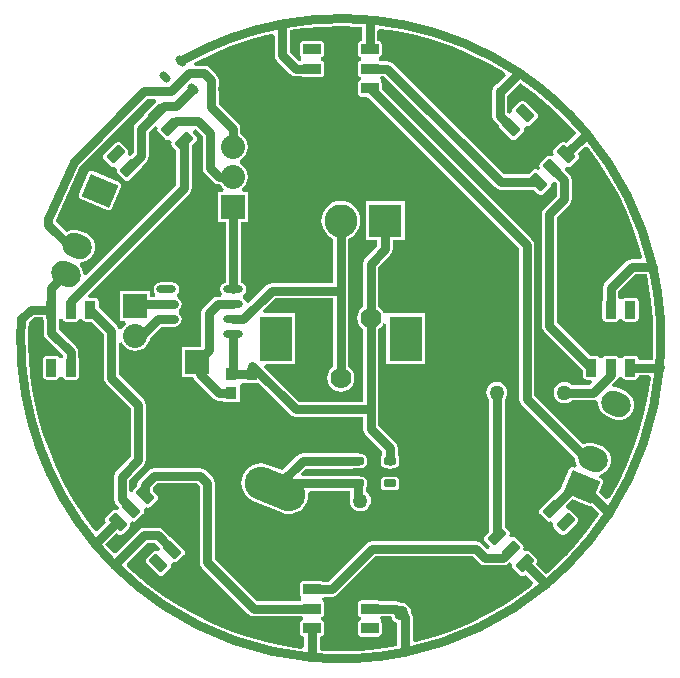
<source format=gtl>
G04 Layer_Physical_Order=1*
G04 Layer_Color=255*
%FSLAX25Y25*%
%MOIN*%
G70*
G01*
G75*
%ADD10C,0.03000*%
G04:AMPARAMS|DCode=11|XSize=23.62mil|YSize=39.37mil|CornerRadius=5.91mil|HoleSize=0mil|Usage=FLASHONLY|Rotation=45.000|XOffset=0mil|YOffset=0mil|HoleType=Round|Shape=RoundedRectangle|*
%AMROUNDEDRECTD11*
21,1,0.02362,0.02756,0,0,45.0*
21,1,0.01181,0.03937,0,0,45.0*
1,1,0.01181,0.01392,-0.00557*
1,1,0.01181,0.00557,-0.01392*
1,1,0.01181,-0.01392,0.00557*
1,1,0.01181,-0.00557,0.01392*
%
%ADD11ROUNDEDRECTD11*%
%ADD12R,0.03740X0.03937*%
%ADD13R,0.07874X0.07874*%
G04:AMPARAMS|DCode=14|XSize=59.05mil|YSize=35.43mil|CornerRadius=1.95mil|HoleSize=0mil|Usage=FLASHONLY|Rotation=180.000|XOffset=0mil|YOffset=0mil|HoleType=Round|Shape=RoundedRectangle|*
%AMROUNDEDRECTD14*
21,1,0.05905,0.03154,0,0,180.0*
21,1,0.05516,0.03543,0,0,180.0*
1,1,0.00390,-0.02758,0.01577*
1,1,0.00390,0.02758,0.01577*
1,1,0.00390,0.02758,-0.01577*
1,1,0.00390,-0.02758,-0.01577*
%
%ADD14ROUNDEDRECTD14*%
G04:AMPARAMS|DCode=15|XSize=59.05mil|YSize=35.43mil|CornerRadius=1.95mil|HoleSize=0mil|Usage=FLASHONLY|Rotation=135.000|XOffset=0mil|YOffset=0mil|HoleType=Round|Shape=RoundedRectangle|*
%AMROUNDEDRECTD15*
21,1,0.05905,0.03154,0,0,135.0*
21,1,0.05516,0.03543,0,0,135.0*
1,1,0.00390,-0.00835,0.03065*
1,1,0.00390,0.03065,-0.00835*
1,1,0.00390,0.00835,-0.03065*
1,1,0.00390,-0.03065,0.00835*
%
%ADD15ROUNDEDRECTD15*%
G04:AMPARAMS|DCode=16|XSize=59.05mil|YSize=35.43mil|CornerRadius=1.95mil|HoleSize=0mil|Usage=FLASHONLY|Rotation=90.000|XOffset=0mil|YOffset=0mil|HoleType=Round|Shape=RoundedRectangle|*
%AMROUNDEDRECTD16*
21,1,0.05905,0.03154,0,0,90.0*
21,1,0.05516,0.03543,0,0,90.0*
1,1,0.00390,0.01577,0.02758*
1,1,0.00390,0.01577,-0.02758*
1,1,0.00390,-0.01577,-0.02758*
1,1,0.00390,-0.01577,0.02758*
%
%ADD16ROUNDEDRECTD16*%
G04:AMPARAMS|DCode=17|XSize=59.05mil|YSize=35.43mil|CornerRadius=1.95mil|HoleSize=0mil|Usage=FLASHONLY|Rotation=45.000|XOffset=0mil|YOffset=0mil|HoleType=Round|Shape=RoundedRectangle|*
%AMROUNDEDRECTD17*
21,1,0.05905,0.03154,0,0,45.0*
21,1,0.05516,0.03543,0,0,45.0*
1,1,0.00390,0.03065,0.00835*
1,1,0.00390,-0.00835,-0.03065*
1,1,0.00390,-0.03065,-0.00835*
1,1,0.00390,0.00835,0.03065*
%
%ADD17ROUNDEDRECTD17*%
%ADD18O,0.06496X0.02559*%
G04:AMPARAMS|DCode=19|XSize=23.62mil|YSize=39.37mil|CornerRadius=2.01mil|HoleSize=0mil|Usage=FLASHONLY|Rotation=90.000|XOffset=0mil|YOffset=0mil|HoleType=Round|Shape=RoundedRectangle|*
%AMROUNDEDRECTD19*
21,1,0.02362,0.03535,0,0,90.0*
21,1,0.01961,0.03937,0,0,90.0*
1,1,0.00402,0.01768,0.00980*
1,1,0.00402,0.01768,-0.00980*
1,1,0.00402,-0.01768,-0.00980*
1,1,0.00402,-0.01768,0.00980*
%
%ADD19ROUNDEDRECTD19*%
%ADD20C,0.02500*%
%ADD21C,0.08000*%
%ADD22R,0.08000X0.08000*%
G04:AMPARAMS|DCode=23|XSize=210mil|YSize=110mil|CornerRadius=0mil|HoleSize=0mil|Usage=FLASHONLY|Rotation=157.500|XOffset=0mil|YOffset=0mil|HoleType=Round|Shape=Round|*
%AMOVALD23*
21,1,0.10000,0.11000,0.00000,0.00000,157.5*
1,1,0.11000,0.04619,-0.01913*
1,1,0.11000,-0.04619,0.01913*
%
%ADD23OVALD23*%

G04:AMPARAMS|DCode=24|XSize=210mil|YSize=110mil|CornerRadius=0mil|HoleSize=0mil|Usage=FLASHONLY|Rotation=67.500|XOffset=0mil|YOffset=0mil|HoleType=Round|Shape=Round|*
%AMOVALD24*
21,1,0.10000,0.11000,0.00000,0.00000,67.5*
1,1,0.11000,-0.01913,-0.04619*
1,1,0.11000,0.01913,0.04619*
%
%ADD24OVALD24*%

G04:AMPARAMS|DCode=25|XSize=80mil|YSize=100mil|CornerRadius=0mil|HoleSize=0mil|Usage=FLASHONLY|Rotation=67.500|XOffset=0mil|YOffset=0mil|HoleType=Round|Shape=Round|*
%AMOVALD25*
21,1,0.02000,0.08000,0.00000,0.00000,157.5*
1,1,0.08000,0.00924,-0.00383*
1,1,0.08000,-0.00924,0.00383*
%
%ADD25OVALD25*%

G04:AMPARAMS|DCode=26|XSize=80mil|YSize=100mil|CornerRadius=2.4mil|HoleSize=0mil|Usage=FLASHONLY|Rotation=67.500|XOffset=0mil|YOffset=0mil|HoleType=Round|Shape=RoundedRectangle|*
%AMROUNDEDRECTD26*
21,1,0.08000,0.09520,0,0,67.5*
21,1,0.07520,0.10000,0,0,67.5*
1,1,0.00480,0.05837,0.01652*
1,1,0.00480,0.02959,-0.05295*
1,1,0.00480,-0.05837,-0.01652*
1,1,0.00480,-0.02959,0.05295*
%
%ADD26ROUNDEDRECTD26*%
%ADD27R,0.11000X0.11000*%
%ADD28C,0.11000*%
%ADD29R,0.11000X0.15000*%
%ADD30C,0.07000*%
%ADD31R,0.07000X0.07000*%
%ADD32C,0.12598*%
%ADD33C,0.05000*%
G36*
X245209Y300388D02*
X245302Y299922D01*
X245455Y299692D01*
Y295496D01*
X245649Y294521D01*
X246201Y293694D01*
X251947Y287948D01*
Y287308D01*
X251794Y287078D01*
X251760Y286908D01*
X250740D01*
X250706Y287078D01*
X250442Y287474D01*
X250047Y287738D01*
X249581Y287830D01*
X246427D01*
X245961Y287738D01*
X245566Y287474D01*
X245302Y287078D01*
X245209Y286612D01*
Y281097D01*
X245302Y280630D01*
X245566Y280235D01*
X245961Y279971D01*
X246427Y279878D01*
X249581D01*
X250047Y279971D01*
X250442Y280235D01*
X250706Y280630D01*
X250740Y280801D01*
X251760D01*
X251794Y280630D01*
X252058Y280235D01*
X252453Y279971D01*
X252919Y279878D01*
X256073D01*
X256539Y279971D01*
X256934Y280235D01*
X257198Y280630D01*
X257291Y281097D01*
Y286612D01*
X257198Y287078D01*
X257045Y287308D01*
Y289004D01*
X256851Y289979D01*
X256298Y290806D01*
X250553Y296552D01*
Y299692D01*
X250706Y299922D01*
X250740Y300092D01*
X251760D01*
X251794Y299922D01*
X252058Y299526D01*
X252453Y299262D01*
X252919Y299169D01*
X256073D01*
X256539Y299262D01*
X256934Y299526D01*
X257198Y299922D01*
X257236Y300112D01*
X258256D01*
X258294Y299922D01*
X258558Y299526D01*
X258953Y299262D01*
X259419Y299169D01*
X261367D01*
X265402Y295135D01*
Y280549D01*
X265596Y279573D01*
X266149Y278747D01*
X274451Y270444D01*
Y254056D01*
X269698Y249302D01*
X269145Y248476D01*
X268951Y247500D01*
Y239994D01*
X269145Y239019D01*
X269698Y238192D01*
X270432Y237457D01*
X270486Y237187D01*
X270583Y237042D01*
X269862Y236321D01*
X269717Y236418D01*
X269251Y236510D01*
X268785Y236418D01*
X268389Y236154D01*
X266160Y233924D01*
X265896Y233528D01*
X265803Y233062D01*
X265896Y232596D01*
X266142Y232228D01*
X263376Y229462D01*
X262166Y229666D01*
X258749Y234310D01*
X255331Y239596D01*
X252239Y245078D01*
X249484Y250737D01*
X247075Y256552D01*
X245022Y262502D01*
X243332Y268564D01*
X242011Y274718D01*
X241064Y280941D01*
X240494Y287209D01*
X240389Y290695D01*
X240361Y291610D01*
X240367Y291638D01*
X240359Y291682D01*
X240310Y293297D01*
X240351Y293500D01*
X240310Y293703D01*
X240359Y295318D01*
X240367Y295362D01*
X240361Y295391D01*
X240389Y296305D01*
X240467Y298891D01*
X242173Y300597D01*
X245209D01*
Y300388D01*
D02*
G37*
G36*
X283027Y372576D02*
X283032Y372451D01*
X279161Y368580D01*
X278897Y368185D01*
X278843Y367914D01*
X276198Y365268D01*
X275645Y364441D01*
X275451Y363466D01*
Y355341D01*
X274677Y354566D01*
X274406Y354513D01*
X274261Y354416D01*
X273540Y355137D01*
X273637Y355281D01*
X273730Y355748D01*
X273637Y356214D01*
X273373Y356609D01*
X271143Y358839D01*
X270748Y359103D01*
X270282Y359196D01*
X269815Y359103D01*
X269420Y358839D01*
X265520Y354939D01*
X265256Y354544D01*
X265163Y354077D01*
X265256Y353611D01*
X265520Y353216D01*
X267750Y350986D01*
X268145Y350722D01*
X268611Y350629D01*
X269077Y350722D01*
X269222Y350819D01*
X269943Y350098D01*
X269847Y349953D01*
X269754Y349487D01*
X269847Y349021D01*
X270111Y348625D01*
X272340Y346395D01*
X272736Y346131D01*
X273202Y346039D01*
X273668Y346131D01*
X274063Y346395D01*
X277964Y350296D01*
X278228Y350691D01*
X278281Y350961D01*
X279802Y352482D01*
X280355Y353309D01*
X280549Y354285D01*
Y362410D01*
X282448Y364309D01*
X282719Y364363D01*
X282863Y364460D01*
X283584Y363739D01*
X283488Y363594D01*
X283395Y363128D01*
X283488Y362662D01*
X283752Y362266D01*
X285981Y360036D01*
X286377Y359772D01*
X286843Y359680D01*
X287309Y359772D01*
X287471Y359880D01*
X288192Y359159D01*
X288084Y358998D01*
X287991Y358532D01*
X288084Y358065D01*
X288348Y357670D01*
X289725Y356293D01*
Y344830D01*
X259684Y314788D01*
X258684Y315203D01*
Y315417D01*
X258343Y316689D01*
X257685Y317829D01*
X257516Y317998D01*
X257930Y318998D01*
X258169D01*
X259440Y319339D01*
X260580Y319997D01*
X261511Y320928D01*
X262170Y322068D01*
X262510Y323340D01*
Y324656D01*
X262170Y325928D01*
X261511Y327068D01*
X260580Y327999D01*
X259440Y328657D01*
X257593Y329422D01*
X256321Y329763D01*
X255004D01*
X253733Y329422D01*
X253067Y329038D01*
X249549Y332556D01*
Y332956D01*
X257635Y351030D01*
X280056Y373451D01*
X282714D01*
X283027Y372576D01*
D02*
G37*
G36*
X395972Y343923D02*
X396799Y343371D01*
X397774Y343177D01*
X408963D01*
X410340Y341799D01*
X410736Y341535D01*
X411202Y341442D01*
X411668Y341535D01*
X412063Y341799D01*
X414293Y344029D01*
X414557Y344424D01*
X414650Y344890D01*
X415391Y345739D01*
X415421Y345752D01*
X415957Y345723D01*
X416451Y345229D01*
Y341056D01*
X412198Y336802D01*
X411645Y335976D01*
X411451Y335000D01*
Y297858D01*
X411645Y296883D01*
X412198Y296056D01*
X425209Y283045D01*
Y281097D01*
X425302Y280630D01*
X425566Y280235D01*
X425961Y279971D01*
X426427Y279878D01*
X427967D01*
X428349Y278954D01*
X427444Y278049D01*
X421427D01*
X420765Y278557D01*
X419914Y278910D01*
X419000Y279030D01*
X418086Y278910D01*
X417235Y278557D01*
X416504Y277996D01*
X415943Y277265D01*
X415590Y276414D01*
X415470Y275500D01*
X415590Y274586D01*
X415943Y273735D01*
X416504Y273004D01*
X417235Y272443D01*
X418086Y272090D01*
X419000Y271970D01*
X419914Y272090D01*
X420765Y272443D01*
X421427Y272951D01*
X428500D01*
X429355Y273121D01*
X429491Y273090D01*
X429694Y272978D01*
X430316Y272504D01*
Y271583D01*
X430657Y270311D01*
X431315Y269171D01*
X432246Y268240D01*
X433386Y267582D01*
X435234Y266816D01*
X436506Y266476D01*
X437822D01*
X439094Y266816D01*
X440234Y267475D01*
X441165Y268405D01*
X441823Y269546D01*
X442164Y270817D01*
Y272134D01*
X441823Y273405D01*
X441165Y274546D01*
X440234Y275477D01*
X439094Y276135D01*
X437246Y276900D01*
X435975Y277241D01*
X435260D01*
X434846Y278241D01*
X436306Y279701D01*
X436477Y279957D01*
X436547Y279971D01*
X436942Y280235D01*
X437206Y280630D01*
X437240Y280801D01*
X438260D01*
X438294Y280630D01*
X438558Y280235D01*
X438953Y279971D01*
X439419Y279878D01*
X442573D01*
X443039Y279971D01*
X443434Y280235D01*
X443698Y280630D01*
X443791Y281097D01*
Y281305D01*
X447077D01*
X447839Y280305D01*
X446989Y274718D01*
X445668Y268564D01*
X443978Y262502D01*
X441925Y256552D01*
X439516Y250737D01*
X436761Y245078D01*
X434075Y240316D01*
X432831Y240146D01*
X430564Y242413D01*
X431764Y245310D01*
X431861Y245794D01*
X431764Y246278D01*
X431490Y246688D01*
X431080Y246962D01*
X430721Y247111D01*
X430790Y248165D01*
X431440Y248339D01*
X432581Y248997D01*
X433511Y249928D01*
X434170Y251068D01*
X434511Y252340D01*
Y253656D01*
X434170Y254928D01*
X433511Y256068D01*
X432581Y256999D01*
X431440Y257657D01*
X429593Y258422D01*
X428321Y258763D01*
X427004D01*
X425733Y258422D01*
X425384Y258221D01*
X409049Y274556D01*
Y324650D01*
X408855Y325625D01*
X408302Y326452D01*
X358122Y376633D01*
Y378581D01*
X358029Y379047D01*
X357765Y379442D01*
X357689Y380566D01*
X357700Y380596D01*
X358100Y380955D01*
X358940D01*
X395972Y343923D01*
D02*
G37*
G36*
X297451Y244444D02*
Y219000D01*
X297645Y218024D01*
X298198Y217198D01*
X313702Y201694D01*
X314528Y201141D01*
X315504Y200947D01*
X331401D01*
X331630Y200794D01*
X331801Y200760D01*
Y199740D01*
X331630Y199706D01*
X331235Y199442D01*
X330971Y199047D01*
X330878Y198581D01*
Y195427D01*
X330971Y194961D01*
X331235Y194566D01*
X331630Y194302D01*
X332097Y194209D01*
X332305D01*
Y190923D01*
X331305Y190161D01*
X325718Y191011D01*
X319564Y192332D01*
X313502Y194022D01*
X307552Y196075D01*
X301737Y198484D01*
X296078Y201239D01*
X290596Y204331D01*
X286950Y206688D01*
X285310Y207749D01*
X280241Y211479D01*
X275406Y215508D01*
X273202Y217582D01*
X273187Y218582D01*
X280056Y225451D01*
X282439D01*
X284073Y223816D01*
X284127Y223546D01*
X284224Y223401D01*
X283503Y222680D01*
X283358Y222777D01*
X282892Y222869D01*
X282426Y222777D01*
X282031Y222513D01*
X279801Y220283D01*
X279537Y219887D01*
X279444Y219421D01*
X279537Y218955D01*
X279801Y218560D01*
X283701Y214660D01*
X284096Y214395D01*
X284562Y214303D01*
X285029Y214395D01*
X285424Y214660D01*
X287654Y216889D01*
X287918Y217285D01*
X288010Y217751D01*
X287918Y218217D01*
X287821Y218362D01*
X288542Y219083D01*
X288687Y218986D01*
X289153Y218893D01*
X289619Y218986D01*
X290014Y219250D01*
X292244Y221480D01*
X292508Y221875D01*
X292601Y222341D01*
X292508Y222808D01*
X292244Y223203D01*
X288344Y227103D01*
X287949Y227367D01*
X287678Y227421D01*
X285297Y229802D01*
X284470Y230355D01*
X283494Y230549D01*
X279000D01*
X278025Y230355D01*
X277198Y229802D01*
X269582Y222187D01*
X268582Y222202D01*
X266508Y224406D01*
X266063Y224940D01*
X269742Y228618D01*
X270060Y228301D01*
X270455Y228036D01*
X270921Y227944D01*
X271387Y228036D01*
X271783Y228301D01*
X274013Y230531D01*
X274277Y230926D01*
X274369Y231392D01*
X274277Y231858D01*
X274180Y232003D01*
X274901Y232724D01*
X275046Y232627D01*
X275512Y232534D01*
X275978Y232627D01*
X276373Y232891D01*
X278603Y235121D01*
X278867Y235516D01*
X278960Y235983D01*
X278867Y236449D01*
X278759Y236610D01*
X279480Y237331D01*
X279642Y237223D01*
X280108Y237131D01*
X280574Y237223D01*
X280970Y237487D01*
X283199Y239717D01*
X283464Y240112D01*
X283556Y240579D01*
X283464Y241045D01*
X283199Y241440D01*
X281822Y242818D01*
Y243717D01*
X283371Y245266D01*
X296629D01*
X297451Y244444D01*
D02*
G37*
G36*
X363282Y395989D02*
X369436Y394668D01*
X375499Y392978D01*
X381448Y390925D01*
X387263Y388516D01*
X392922Y385761D01*
X398404Y382669D01*
X399342Y382062D01*
X399448Y381068D01*
X396664Y378284D01*
X396525Y378256D01*
X395698Y377703D01*
X395145Y376876D01*
X394951Y375901D01*
Y367785D01*
X395145Y366809D01*
X395698Y365982D01*
X397077Y364603D01*
X397131Y364332D01*
X397395Y363937D01*
X401296Y360036D01*
X401691Y359772D01*
X402157Y359680D01*
X402623Y359772D01*
X403019Y360036D01*
X405248Y362266D01*
X405513Y362662D01*
X405605Y363128D01*
X405513Y363594D01*
X405416Y363739D01*
X406137Y364460D01*
X406281Y364363D01*
X406748Y364270D01*
X407214Y364363D01*
X407609Y364627D01*
X409839Y366857D01*
X410103Y367252D01*
X410196Y367718D01*
X410103Y368185D01*
X409839Y368580D01*
X405939Y372480D01*
X405544Y372744D01*
X405077Y372837D01*
X404611Y372744D01*
X404216Y372480D01*
X401986Y370250D01*
X401722Y369855D01*
X401629Y369389D01*
X400865Y368554D01*
X400854Y368549D01*
X400313Y368577D01*
X400049Y368841D01*
Y374460D01*
X404353Y378764D01*
X408759Y375521D01*
X413594Y371492D01*
X418178Y367178D01*
X422492Y362595D01*
X423009Y361973D01*
X419728Y358691D01*
X419580Y358839D01*
X419185Y359103D01*
X418718Y359196D01*
X418252Y359103D01*
X417857Y358839D01*
X415627Y356609D01*
X415363Y356214D01*
X415270Y355748D01*
X415363Y355281D01*
X415460Y355137D01*
X414739Y354416D01*
X414594Y354513D01*
X414128Y354605D01*
X413661Y354513D01*
X413266Y354248D01*
X411036Y352018D01*
X410772Y351623D01*
X410680Y351157D01*
X410772Y350691D01*
X410880Y350529D01*
X410159Y349808D01*
X409998Y349916D01*
X409532Y350009D01*
X409065Y349916D01*
X408670Y349652D01*
X407293Y348275D01*
X398830D01*
X361799Y385306D01*
X360971Y385859D01*
X359996Y386053D01*
X357599D01*
X357370Y386206D01*
X357199Y386240D01*
Y387260D01*
X357370Y387294D01*
X357765Y387558D01*
X358029Y387953D01*
X358122Y388419D01*
Y391573D01*
X358029Y392039D01*
X357765Y392434D01*
X357370Y392698D01*
X356904Y392791D01*
X356695D01*
Y396077D01*
X357695Y396839D01*
X363282Y395989D01*
D02*
G37*
G36*
X350791Y397506D02*
X351597Y397432D01*
Y392791D01*
X351388D01*
X350922Y392698D01*
X350526Y392434D01*
X350262Y392039D01*
X350169Y391573D01*
Y388419D01*
X350262Y387953D01*
X350526Y387558D01*
X350922Y387294D01*
X351092Y387260D01*
Y386240D01*
X350922Y386206D01*
X350526Y385942D01*
X350262Y385547D01*
X350169Y385081D01*
Y381927D01*
X350262Y381461D01*
X350526Y381066D01*
X350922Y380802D01*
X351112Y380764D01*
Y379744D01*
X350922Y379706D01*
X350526Y379442D01*
X350262Y379047D01*
X350169Y378581D01*
Y375427D01*
X350262Y374961D01*
X350526Y374566D01*
X350922Y374302D01*
X351388Y374209D01*
X353336D01*
X403951Y323594D01*
Y273500D01*
X404145Y272524D01*
X404698Y271698D01*
X422663Y253732D01*
Y253105D01*
X423003Y251833D01*
X423340Y251251D01*
X422644Y250457D01*
X422285Y250605D01*
X421801Y250701D01*
X421317Y250605D01*
X420907Y250331D01*
X420633Y249921D01*
X418024Y243624D01*
X415463Y241062D01*
X415192Y241008D01*
X414797Y240744D01*
X410897Y236844D01*
X410633Y236449D01*
X410540Y235983D01*
X410633Y235516D01*
X410897Y235121D01*
X413127Y232891D01*
X413522Y232627D01*
X413988Y232534D01*
X414454Y232627D01*
X414599Y232724D01*
X415320Y232003D01*
X415223Y231858D01*
X415131Y231392D01*
X415223Y230926D01*
X415487Y230531D01*
X417717Y228301D01*
X418113Y228036D01*
X418579Y227944D01*
X419045Y228036D01*
X419440Y228301D01*
X423340Y232201D01*
X423604Y232596D01*
X423697Y233062D01*
X423604Y233528D01*
X423340Y233924D01*
X421110Y236154D01*
X420715Y236418D01*
X420249Y236510D01*
X419414Y237275D01*
X419410Y237285D01*
X419437Y237827D01*
X421616Y240006D01*
X427235Y237678D01*
X427718Y237582D01*
X428108Y237660D01*
X430725Y235043D01*
X430251Y234310D01*
X426521Y229240D01*
X422492Y224406D01*
X420101Y221866D01*
X419474Y221200D01*
X419450Y221184D01*
X419424Y221147D01*
X418317Y219970D01*
X418145Y219855D01*
X418030Y219683D01*
X416853Y218576D01*
X416816Y218550D01*
X416800Y218526D01*
X416134Y217899D01*
X413594Y215508D01*
X412973Y214991D01*
X409552Y218412D01*
X409699Y218560D01*
X409964Y218955D01*
X410056Y219421D01*
X409964Y219887D01*
X409699Y220283D01*
X407470Y222513D01*
X407074Y222777D01*
X406608Y222869D01*
X406142Y222777D01*
X405997Y222680D01*
X405276Y223401D01*
X405373Y223546D01*
X405466Y224012D01*
X405373Y224478D01*
X405109Y224873D01*
X402879Y227103D01*
X402484Y227367D01*
X402017Y227460D01*
X401551Y227367D01*
X401390Y227259D01*
X400669Y227980D01*
X400777Y228142D01*
X400869Y228608D01*
X400777Y229074D01*
X400513Y229469D01*
X399135Y230847D01*
Y273185D01*
X399557Y273735D01*
X399910Y274586D01*
X400030Y275500D01*
X399910Y276414D01*
X399557Y277265D01*
X398996Y277996D01*
X398265Y278557D01*
X397414Y278910D01*
X396500Y279030D01*
X395586Y278910D01*
X394735Y278557D01*
X394004Y277996D01*
X393443Y277265D01*
X393090Y276414D01*
X392970Y275500D01*
X393090Y274586D01*
X393443Y273735D01*
X394004Y273004D01*
X394037Y272978D01*
Y229177D01*
X392660Y227799D01*
X392395Y227404D01*
X392303Y226938D01*
X392395Y226471D01*
X392660Y226076D01*
X394391Y224344D01*
X394043Y223344D01*
X393352Y223252D01*
X391302Y225302D01*
X390476Y225855D01*
X389500Y226049D01*
X355000D01*
X354025Y225855D01*
X353198Y225302D01*
X340440Y212545D01*
X338308D01*
X338078Y212698D01*
X337612Y212791D01*
X332097D01*
X331630Y212698D01*
X331235Y212434D01*
X330971Y212039D01*
X330878Y211573D01*
Y208419D01*
X330971Y207953D01*
X331235Y207558D01*
X331311Y206434D01*
X331299Y206404D01*
X330900Y206045D01*
X316560D01*
X302549Y220056D01*
Y245500D01*
X302355Y246476D01*
X301802Y247302D01*
X299487Y249617D01*
X298660Y250170D01*
X297685Y250364D01*
X282315D01*
X281340Y250170D01*
X280513Y249617D01*
X277470Y246575D01*
X276918Y245748D01*
X276724Y244773D01*
Y244488D01*
X275346Y243110D01*
X275082Y242715D01*
X275049Y242548D01*
X274049Y242646D01*
Y246444D01*
X278802Y251198D01*
X279355Y252025D01*
X279549Y253000D01*
Y271500D01*
X279355Y272476D01*
X278802Y273302D01*
X270500Y281605D01*
Y292099D01*
X271500Y292298D01*
X271633Y291978D01*
X272434Y290934D01*
X273478Y290132D01*
X274695Y289629D01*
X276000Y289457D01*
X277305Y289629D01*
X278522Y290132D01*
X279566Y290934D01*
X280367Y291978D01*
X280871Y293195D01*
X280958Y293853D01*
X284556Y297451D01*
X286132D01*
X286439Y297390D01*
X286746Y297451D01*
X288878D01*
X289853Y297645D01*
X290680Y298198D01*
X291233Y299025D01*
X291427Y300000D01*
X291233Y300975D01*
X290680Y301802D01*
X290536Y301899D01*
Y303101D01*
X290680Y303198D01*
X291233Y304025D01*
X291427Y305000D01*
X291233Y305976D01*
X290680Y306802D01*
X290072Y307209D01*
X289937Y308012D01*
X289979Y308349D01*
X289990Y308357D01*
X290494Y309111D01*
X290671Y310000D01*
X290494Y310889D01*
X289990Y311643D01*
X289236Y312147D01*
X288347Y312324D01*
X284409D01*
X283520Y312147D01*
X282766Y311643D01*
X282262Y310889D01*
X282085Y310000D01*
X282262Y309111D01*
X282637Y308549D01*
X282412Y307856D01*
X282194Y307549D01*
X281000D01*
Y309500D01*
X271000D01*
Y299500D01*
X272660D01*
X273000Y298500D01*
X272434Y298066D01*
X271633Y297022D01*
X271445Y296568D01*
X270405Y296670D01*
X270306Y297166D01*
X269753Y297993D01*
X263791Y303955D01*
Y305904D01*
X263698Y306370D01*
X263434Y306765D01*
X263039Y307029D01*
X262573Y307122D01*
X260641D01*
X260227Y308122D01*
X294077Y341972D01*
X294629Y342799D01*
X294823Y343774D01*
Y357963D01*
X296201Y359340D01*
X296465Y359736D01*
X296558Y360202D01*
X296465Y360668D01*
X296201Y361063D01*
X295123Y362141D01*
X295509Y363163D01*
X296151Y363244D01*
X298451Y360944D01*
Y350500D01*
X298645Y349524D01*
X299198Y348698D01*
X302198Y345698D01*
X303025Y345145D01*
X304000Y344951D01*
X304153D01*
X304934Y343934D01*
X305500Y343500D01*
X305160Y342500D01*
X303500D01*
Y332500D01*
X306073D01*
Y312209D01*
X305764Y312147D01*
X305010Y311643D01*
X304506Y310889D01*
X304329Y310000D01*
X304506Y309111D01*
X304882Y308549D01*
X304656Y307856D01*
X304439Y307549D01*
X303451D01*
X302476Y307355D01*
X301649Y306802D01*
X298698Y303851D01*
X298145Y303024D01*
X297951Y302049D01*
Y290804D01*
X297832Y290685D01*
X291563D01*
Y280811D01*
X295137D01*
X295145Y280773D01*
X295698Y279946D01*
X302095Y273548D01*
X302922Y272995D01*
X303898Y272801D01*
X305130D01*
Y272382D01*
X310870D01*
Y277809D01*
X311716Y278691D01*
X312130Y278681D01*
Y278681D01*
X317214D01*
X327698Y268198D01*
X328524Y267645D01*
X329500Y267451D01*
X351951D01*
Y263500D01*
X352145Y262525D01*
X352698Y261698D01*
X358364Y256031D01*
Y254643D01*
X358280Y254586D01*
X358015Y254189D01*
X357921Y253720D01*
Y251760D01*
X358015Y251291D01*
X358280Y250894D01*
X358677Y250629D01*
X359146Y250535D01*
X359713D01*
X359938Y250385D01*
X360913Y250191D01*
X361889Y250385D01*
X362114Y250535D01*
X362681D01*
X363150Y250629D01*
X363547Y250894D01*
X363812Y251291D01*
X363905Y251760D01*
Y253720D01*
X363812Y254189D01*
X363547Y254586D01*
X363462Y254643D01*
Y257087D01*
X363268Y258062D01*
X362716Y258889D01*
X357049Y264556D01*
Y270000D01*
Y296646D01*
X357709Y297153D01*
X358431Y298093D01*
X358653Y298631D01*
X359653Y298432D01*
Y285000D01*
X372654D01*
Y302000D01*
X359775D01*
X359653Y302000D01*
X358673Y302047D01*
X358431Y302632D01*
X357709Y303572D01*
X357049Y304079D01*
Y317444D01*
X361066Y321461D01*
X361619Y322288D01*
X361813Y323264D01*
Y326370D01*
X365764D01*
Y339370D01*
X352764D01*
Y326370D01*
X356715D01*
Y324320D01*
X352698Y320302D01*
X352145Y319476D01*
X351951Y318500D01*
Y304079D01*
X351291Y303572D01*
X350569Y302632D01*
X350116Y301537D01*
X349961Y300363D01*
X350116Y299188D01*
X350569Y298093D01*
X351291Y297153D01*
X351951Y296646D01*
Y272549D01*
X330556D01*
X319029Y284076D01*
X319411Y285000D01*
X329346D01*
Y302000D01*
X318911D01*
X318529Y302924D01*
X322556Y306951D01*
X341951D01*
Y284079D01*
X341291Y283572D01*
X340569Y282632D01*
X340116Y281537D01*
X339961Y280363D01*
X340116Y279188D01*
X340569Y278093D01*
X341291Y277153D01*
X342231Y276432D01*
X343325Y275978D01*
X344500Y275824D01*
X345675Y275978D01*
X346769Y276432D01*
X347709Y277153D01*
X348431Y278093D01*
X348884Y279188D01*
X349039Y280363D01*
X348884Y281537D01*
X348431Y282632D01*
X347709Y283572D01*
X347049Y284079D01*
Y309500D01*
Y326862D01*
X348129Y327439D01*
X349118Y328252D01*
X349931Y329241D01*
X350534Y330371D01*
X350906Y331596D01*
X351031Y332870D01*
X350906Y334144D01*
X350534Y335370D01*
X349931Y336499D01*
X349118Y337489D01*
X348129Y338301D01*
X347000Y338904D01*
X345774Y339276D01*
X344500Y339402D01*
X343226Y339276D01*
X342001Y338904D01*
X340871Y338301D01*
X339882Y337489D01*
X339069Y336499D01*
X338466Y335370D01*
X338094Y334144D01*
X337969Y332870D01*
X338094Y331596D01*
X338466Y330371D01*
X339069Y329241D01*
X339882Y328252D01*
X340871Y327439D01*
X341951Y326862D01*
Y312049D01*
X321500D01*
X320525Y311855D01*
X319698Y311302D01*
X313845Y305450D01*
X312760Y305779D01*
X312738Y305889D01*
X312234Y306643D01*
X311784Y306944D01*
X311753Y307037D01*
Y307963D01*
X311784Y308056D01*
X312234Y308357D01*
X312738Y309111D01*
X312915Y310000D01*
X312738Y310889D01*
X312234Y311643D01*
X311480Y312147D01*
X311171Y312209D01*
Y332500D01*
X313500D01*
Y342500D01*
X311840D01*
X311501Y343500D01*
X312066Y343934D01*
X312867Y344978D01*
X313371Y346195D01*
X313543Y347500D01*
X313371Y348805D01*
X312867Y350022D01*
X312066Y351066D01*
X311022Y351868D01*
X310801Y351959D01*
Y353041D01*
X311022Y353133D01*
X312066Y353934D01*
X312867Y354978D01*
X313371Y356195D01*
X313543Y357500D01*
X313371Y358805D01*
X312867Y360022D01*
X312066Y361066D01*
X311049Y361846D01*
Y363500D01*
X310855Y364475D01*
X310302Y365302D01*
X303808Y371796D01*
Y379741D01*
X303614Y380716D01*
X303062Y381543D01*
X300802Y383802D01*
X299975Y384355D01*
X299000Y384549D01*
X295965D01*
X295702Y385549D01*
X296078Y385761D01*
X301737Y388516D01*
X307552Y390925D01*
X313502Y392978D01*
X319564Y394668D01*
X321691Y395125D01*
X322469Y394496D01*
Y387982D01*
X322663Y387007D01*
X323215Y386180D01*
X327694Y381701D01*
X328521Y381149D01*
X329496Y380955D01*
X331401D01*
X331630Y380802D01*
X332097Y380709D01*
X337612D01*
X338078Y380802D01*
X338474Y381066D01*
X338738Y381461D01*
X338830Y381927D01*
Y385081D01*
X338738Y385547D01*
X338474Y385942D01*
X338078Y386206D01*
X337908Y386240D01*
Y387260D01*
X338078Y387294D01*
X338474Y387558D01*
X338738Y387953D01*
X338830Y388419D01*
Y391573D01*
X338738Y392039D01*
X338474Y392434D01*
X338078Y392698D01*
X337612Y392791D01*
X332097D01*
X331630Y392698D01*
X331235Y392434D01*
X330971Y392039D01*
X330878Y391573D01*
Y388419D01*
X330971Y387953D01*
X331235Y387558D01*
X331284Y386427D01*
X331280Y386416D01*
X330878Y386053D01*
X330552D01*
X327567Y389038D01*
Y396270D01*
X331941Y396936D01*
X338209Y397506D01*
X344500Y397696D01*
X350791Y397506D01*
D02*
G37*
G36*
X390649Y218747D02*
X391476Y218194D01*
X392451Y218000D01*
X398555D01*
X399530Y218194D01*
X400357Y218747D01*
X400543Y218932D01*
X400813Y218986D01*
X400958Y219083D01*
X401679Y218362D01*
X401582Y218217D01*
X401490Y217751D01*
X401582Y217285D01*
X401846Y216889D01*
X404076Y214660D01*
X404471Y214395D01*
X404938Y214303D01*
X405404Y214395D01*
X405799Y214660D01*
X405947Y214807D01*
X408410Y212344D01*
X408242Y211098D01*
X403690Y207749D01*
X398404Y204331D01*
X392922Y201239D01*
X387263Y198484D01*
X381448Y196075D01*
X375499Y194022D01*
X369436Y192332D01*
X369230Y192288D01*
X368453Y192917D01*
Y200596D01*
X368259Y201572D01*
X368021Y201928D01*
X368030Y202000D01*
X367910Y202914D01*
X367557Y203765D01*
X366996Y204496D01*
X366265Y205057D01*
X365414Y205410D01*
X364500Y205530D01*
X364466Y205526D01*
X363979Y205851D01*
X363004Y206045D01*
X357599D01*
X357370Y206198D01*
X356904Y206291D01*
X351388D01*
X350922Y206198D01*
X350526Y205934D01*
X350262Y205539D01*
X350169Y205073D01*
Y201919D01*
X350262Y201453D01*
X350526Y201058D01*
X350922Y200794D01*
X351092Y200760D01*
Y199740D01*
X350922Y199706D01*
X350526Y199442D01*
X350262Y199047D01*
X350169Y198581D01*
Y195427D01*
X350262Y194961D01*
X350526Y194566D01*
X350922Y194302D01*
X351388Y194209D01*
X356904D01*
X357370Y194302D01*
X357765Y194566D01*
X358029Y194961D01*
X358122Y195427D01*
Y198581D01*
X358029Y199047D01*
X357765Y199442D01*
X357716Y200573D01*
X357720Y200584D01*
X358122Y200947D01*
X361148D01*
X361443Y200235D01*
X362004Y199504D01*
X362735Y198943D01*
X363355Y198686D01*
Y191027D01*
X363282Y191011D01*
X357059Y190064D01*
X350791Y189494D01*
X344500Y189304D01*
X338209Y189494D01*
X337403Y189568D01*
Y194209D01*
X337612D01*
X338078Y194302D01*
X338474Y194566D01*
X338738Y194961D01*
X338830Y195427D01*
Y198581D01*
X338738Y199047D01*
X338474Y199442D01*
X338078Y199706D01*
X337908Y199740D01*
Y200760D01*
X338078Y200794D01*
X338474Y201058D01*
X338738Y201453D01*
X338830Y201919D01*
Y205073D01*
X338738Y205539D01*
X338474Y205934D01*
X338398Y207058D01*
X338409Y207088D01*
X338809Y207447D01*
X341496D01*
X342472Y207641D01*
X343299Y208194D01*
X356056Y220951D01*
X388444D01*
X390649Y218747D01*
D02*
G37*
G36*
X426902Y357242D02*
X430251Y352690D01*
X433669Y347404D01*
X436761Y341922D01*
X439516Y336263D01*
X441925Y330448D01*
X443978Y324499D01*
X444998Y320837D01*
X444394Y320041D01*
X441492D01*
X440517Y319847D01*
X439690Y319295D01*
X432701Y312306D01*
X432149Y311479D01*
X431955Y310504D01*
Y306599D01*
X431802Y306370D01*
X431709Y305904D01*
Y300388D01*
X431802Y299922D01*
X432066Y299526D01*
X432461Y299262D01*
X432927Y299169D01*
X436081D01*
X436547Y299262D01*
X436942Y299526D01*
X437206Y299922D01*
X437240Y300092D01*
X438260D01*
X438294Y299922D01*
X438558Y299526D01*
X438953Y299262D01*
X439419Y299169D01*
X442573D01*
X443039Y299262D01*
X443434Y299526D01*
X443698Y299922D01*
X443791Y300388D01*
Y305904D01*
X443698Y306370D01*
X443434Y306765D01*
X443039Y307029D01*
X442573Y307122D01*
X439419D01*
X438953Y307029D01*
X438558Y306765D01*
X437427Y306715D01*
X437416Y306720D01*
X437053Y307122D01*
Y309448D01*
X442548Y314943D01*
X446418D01*
X446989Y312282D01*
X447936Y306059D01*
X448506Y299791D01*
X448696Y293500D01*
X448506Y287209D01*
X448432Y286403D01*
X443791D01*
Y286612D01*
X443698Y287078D01*
X443434Y287474D01*
X443039Y287738D01*
X442573Y287830D01*
X439419D01*
X438953Y287738D01*
X438558Y287474D01*
X438294Y287078D01*
X438260Y286908D01*
X437240D01*
X437206Y287078D01*
X436942Y287474D01*
X436547Y287738D01*
X436081Y287830D01*
X432927D01*
X432461Y287738D01*
X432066Y287474D01*
X431802Y287078D01*
X431764Y286888D01*
X430744D01*
X430706Y287078D01*
X430442Y287474D01*
X430047Y287738D01*
X429581Y287830D01*
X427633D01*
X416549Y298914D01*
Y333944D01*
X420802Y338198D01*
X421355Y339024D01*
X421549Y340000D01*
Y346285D01*
X421355Y347260D01*
X420802Y348087D01*
X419207Y349682D01*
X419153Y349953D01*
X419057Y350098D01*
X419778Y350819D01*
X419922Y350722D01*
X420389Y350629D01*
X420855Y350722D01*
X421250Y350986D01*
X423480Y353216D01*
X423744Y353611D01*
X423837Y354077D01*
X423744Y354544D01*
X423480Y354939D01*
X423332Y355086D01*
X425656Y357410D01*
X426902Y357242D01*
D02*
G37*
%LPC*%
G36*
X261281Y349418D02*
X260798Y349322D01*
X260387Y349047D01*
X260113Y348637D01*
X257236Y341690D01*
X257139Y341206D01*
X257236Y340722D01*
X257510Y340312D01*
X257920Y340038D01*
X266715Y336395D01*
X267199Y336298D01*
X267683Y336395D01*
X268093Y336669D01*
X268367Y337079D01*
X271245Y344027D01*
X271341Y344510D01*
X271245Y344994D01*
X270971Y345404D01*
X270561Y345678D01*
X261765Y349322D01*
X261281Y349418D01*
D02*
G37*
G36*
X350087Y255289D02*
X331740D01*
X330765Y255095D01*
X329938Y254543D01*
X324950Y249555D01*
X320380Y251448D01*
X319155Y251819D01*
X317881Y251945D01*
X316606Y251819D01*
X315381Y251448D01*
X314252Y250844D01*
X313262Y250032D01*
X312450Y249042D01*
X311846Y247913D01*
X311475Y246688D01*
X311349Y245413D01*
X311475Y244139D01*
X311846Y242914D01*
X312450Y241785D01*
X313262Y240795D01*
X314252Y239983D01*
X315381Y239379D01*
X324620Y235552D01*
X325845Y235181D01*
X327119Y235055D01*
X328394Y235181D01*
X329619Y235552D01*
X330748Y236156D01*
X331738Y236968D01*
X332550Y237958D01*
X333154Y239087D01*
X333525Y240312D01*
X333651Y241587D01*
X333613Y241970D01*
X334285Y242711D01*
X347538D01*
Y240413D01*
X347569Y240255D01*
X347470Y239500D01*
X347590Y238586D01*
X347943Y237735D01*
X348504Y237004D01*
X349235Y236443D01*
X350086Y236090D01*
X351000Y235970D01*
X351914Y236090D01*
X352765Y236443D01*
X353496Y237004D01*
X354057Y237735D01*
X354410Y238586D01*
X354530Y239500D01*
X354410Y240414D01*
X354057Y241265D01*
X353496Y241996D01*
X352885Y242465D01*
X352783Y243051D01*
X352801Y243535D01*
X352985Y243811D01*
X353079Y244280D01*
Y246240D01*
X352985Y246709D01*
X352720Y247106D01*
X352323Y247371D01*
X351854Y247464D01*
X351287D01*
X351062Y247615D01*
X350087Y247809D01*
X331720D01*
X331337Y248733D01*
X332796Y250191D01*
X350087D01*
X351062Y250385D01*
X351287Y250535D01*
X351854D01*
X352323Y250629D01*
X352720Y250894D01*
X352985Y251291D01*
X353079Y251760D01*
Y253720D01*
X352985Y254189D01*
X352720Y254586D01*
X352323Y254852D01*
X351854Y254945D01*
X351287D01*
X351062Y255095D01*
X350087Y255289D01*
D02*
G37*
G36*
X362681Y247464D02*
X359146D01*
X358677Y247371D01*
X358280Y247106D01*
X358015Y246709D01*
X357921Y246240D01*
Y244280D01*
X358015Y243811D01*
X358280Y243414D01*
X358677Y243148D01*
X359146Y243055D01*
X362681D01*
X363150Y243148D01*
X363547Y243414D01*
X363812Y243811D01*
X363905Y244280D01*
Y246240D01*
X363812Y246709D01*
X363547Y247106D01*
X363150Y247371D01*
X362681Y247464D01*
D02*
G37*
%LPD*%
D10*
X334525Y187269D02*
G03*
X365904Y188971I9975J106231D01*
G01*
X269053Y218053D02*
G03*
X285545Y204568I75447J75447D01*
G01*
X262614Y225095D02*
G03*
X267748Y219381I81886J68405D01*
G01*
D02*
G03*
X269053Y218053I76752J74119D01*
G01*
X285545Y204568D02*
G03*
X334525Y187269I58955J88932D01*
G01*
X450772Y283976D02*
G03*
X448466Y317492I-106272J9524D01*
G01*
X433985Y235388D02*
G03*
X450772Y283976I-89485J58112D01*
G01*
X448466Y317492D02*
G03*
X426180Y362151I-103966J-23992D01*
G01*
D02*
G03*
X404031Y382047I-81680J-68651D01*
G01*
D02*
G03*
X325018Y398404I-59531J-88547D01*
G01*
D02*
G03*
X291301Y385990I19482J-104904D01*
G01*
X419947Y218053D02*
G03*
X433985Y235388I-75447J75447D01*
G01*
X412905Y211614D02*
G03*
X419947Y218053I-68405J81886D01*
G01*
X237802Y293500D02*
G03*
X262614Y225095I106698J0D01*
G01*
X238002Y300030D02*
G03*
X237802Y293500I106498J-6531D01*
G01*
X418619Y216748D02*
G03*
X419947Y218053I-74119J76752D01*
G01*
D02*
G03*
X421252Y219381I-75447J75447D01*
G01*
X237818Y295362D02*
G03*
X237802Y293500I106682J-1862D01*
G01*
D02*
G03*
X237818Y291638I106698J0D01*
G01*
X365904Y188971D02*
G03*
X412905Y211614I-21404J104529D01*
G01*
X308622Y312500D02*
Y337378D01*
Y310000D02*
Y312500D01*
X308500Y337500D02*
X308622Y337378D01*
X308000Y281650D02*
X308622Y282272D01*
Y295000D01*
X321500Y309500D02*
X344500D01*
X308622Y300000D02*
X312000D01*
X321500Y309500D01*
X297500Y281748D02*
X299000Y283248D01*
X303451Y305000D02*
X308622D01*
X296500Y285748D02*
X300500Y289748D01*
Y302049D01*
X303451Y305000D01*
X286439Y299939D02*
X286500Y300000D01*
X276000Y294500D02*
X278000D01*
X283500Y300000D01*
X286378D01*
X277000Y253000D02*
Y271500D01*
X267951Y280549D02*
X277000Y271500D01*
X267951Y280549D02*
Y296191D01*
X260996Y303146D02*
X267951Y296191D01*
X300000Y219000D02*
Y245500D01*
X282315Y247815D02*
X297685D01*
X300000Y245500D01*
X279273Y244773D02*
X282315Y247815D01*
X396586Y227773D02*
Y275414D01*
X396500Y275500D02*
X396586Y275414D01*
X389500Y223500D02*
X392451Y220549D01*
X355000Y223500D02*
X389500D01*
X341496Y209996D02*
X355000Y223500D01*
X392451Y220549D02*
X398555D01*
X401182Y223177D01*
X350087Y240413D02*
Y245260D01*
Y240413D02*
X351000Y239500D01*
X364500Y202000D02*
X365904Y200596D01*
X363004Y203496D02*
X364500Y202000D01*
X354146Y203496D02*
X363004D01*
X279273Y241414D02*
Y244773D01*
X297500Y281748D02*
X303898Y275350D01*
X308000D01*
X315000Y284500D02*
X329500Y270000D01*
X315000Y281650D02*
Y284500D01*
X315000Y281650D02*
X315000Y281650D01*
X308000Y281650D02*
X315000D01*
X354500Y270000D02*
Y300363D01*
Y263500D02*
Y270000D01*
X329500D02*
X354500D01*
Y263500D02*
X360913Y257087D01*
Y252740D02*
Y257087D01*
X324260Y245260D02*
X331740Y252740D01*
X322500Y243500D02*
X324260Y245260D01*
X350087D01*
X331740Y252740D02*
X350087D01*
X414000Y297858D02*
Y335000D01*
Y297858D02*
X428004Y283854D01*
X397774Y345726D02*
X410367D01*
X359996Y383504D02*
X397774Y345726D01*
X354146Y383504D02*
X359996D01*
X426619Y253381D02*
X428587D01*
X406500Y273500D02*
X426619Y253381D01*
X406500Y273500D02*
Y324650D01*
X354146Y377004D02*
X406500Y324650D01*
X262614Y225095D02*
X269746Y232227D01*
X269053Y218053D02*
X279000Y228000D01*
X283494D01*
X288318Y223177D01*
X419000Y275500D02*
X428500D01*
X434504Y281504D01*
Y283854D01*
X254119Y324381D02*
X256587D01*
X247000Y331500D02*
X254119Y324381D01*
X247000Y331500D02*
Y333500D01*
X255500Y352500D01*
X292274Y343774D02*
Y359367D01*
X254496Y305996D02*
X292274Y343774D01*
X300000Y219000D02*
X315504Y203496D01*
X286500Y300000D02*
X288878D01*
X254496Y303146D02*
Y305996D01*
X248004Y303146D02*
Y310386D01*
X252760Y315142D01*
X334525Y187269D02*
X334854Y187598D01*
Y197004D01*
X414000Y335000D02*
X419000Y340000D01*
Y346285D01*
X414963Y350322D02*
X419000Y346285D01*
X450651Y283854D02*
X450772Y283976D01*
X440996Y283854D02*
X450651D01*
X441492Y317492D02*
X448466D01*
X434504Y310504D02*
X441492Y317492D01*
X434504Y303146D02*
Y310504D01*
X426180Y361539D02*
Y362151D01*
X419554Y354912D02*
X426180Y361539D01*
X397886Y375901D02*
X404031Y382047D01*
X397500Y375901D02*
X397886D01*
X397500Y367785D02*
Y375901D01*
Y367785D02*
X401322Y363963D01*
X354146Y389996D02*
Y399611D01*
X325018Y387982D02*
Y398404D01*
Y387982D02*
X329496Y383504D01*
X334854D01*
X425231Y244142D02*
X433985Y235388D01*
X424760Y244142D02*
X425231D01*
X422147D02*
X424760D01*
X414823Y236818D02*
X422147Y244142D01*
X412745Y211614D02*
X412905D01*
X405773Y218586D02*
X412745Y211614D01*
X334854Y209996D02*
X341496D01*
X269746Y232227D02*
X270086D01*
X315504Y203496D02*
X334854D01*
X271500Y239994D02*
X274677Y236818D01*
X271500Y239994D02*
Y247500D01*
X277000Y253000D01*
X354500Y300363D02*
Y318500D01*
X359264Y323264D01*
Y332870D01*
X304000Y347500D02*
X308500D01*
X301000Y350500D02*
X304000Y347500D01*
X301000Y350500D02*
Y362000D01*
X297000Y366000D02*
X301000Y362000D01*
X289715Y366000D02*
X297000D01*
X301259Y370741D02*
Y379741D01*
Y370741D02*
X308500Y363500D01*
Y357500D02*
Y363500D01*
X287678Y363963D02*
X289715Y366000D01*
X289681Y371000D02*
X295341Y376659D01*
X285534Y371000D02*
X289681D01*
X283087Y368553D02*
X285534Y371000D01*
X278000Y363466D02*
X283087Y368553D01*
X278000Y354285D02*
Y363466D01*
X274037Y350322D02*
X278000Y354285D01*
X255500Y352500D02*
X279000Y376000D01*
X288000D01*
X294000Y382000D01*
X299000D01*
X301259Y379741D01*
X238002Y300030D02*
X241117Y303146D01*
X248004D01*
Y295496D02*
Y303146D01*
Y295496D02*
X254496Y289004D01*
Y283854D02*
Y289004D01*
X344500Y332870D02*
X344500Y332870D01*
Y280363D02*
Y309500D01*
Y332870D01*
X277000Y305000D02*
X288878D01*
X276500Y304500D02*
X277000Y305000D01*
X365904Y188971D02*
Y200596D01*
D11*
X291304Y385985D02*
D03*
X286015Y380696D02*
D03*
X295341Y376659D02*
D03*
D12*
X308000Y281650D02*
D03*
Y275350D02*
D03*
X315000Y281650D02*
D03*
X315000Y275350D02*
D03*
D13*
X296500Y254252D02*
D03*
Y285748D02*
D03*
D14*
X354146Y383504D02*
D03*
X334854D02*
D03*
Y377004D02*
D03*
Y389996D02*
D03*
X354146D02*
D03*
X354146Y377004D02*
D03*
X334854Y203496D02*
D03*
X354146D02*
D03*
Y209996D02*
D03*
Y197004D02*
D03*
X334854D02*
D03*
X334854Y209996D02*
D03*
D15*
X414963Y350322D02*
D03*
X401322Y363963D02*
D03*
X396726Y359367D02*
D03*
X405912Y368553D02*
D03*
X419554Y354912D02*
D03*
X410367Y345726D02*
D03*
X274677Y236818D02*
D03*
X288318Y223177D02*
D03*
X292914Y227773D02*
D03*
X283727Y218586D02*
D03*
X270086Y232227D02*
D03*
X279273Y241414D02*
D03*
D16*
X434504Y283854D02*
D03*
Y303146D02*
D03*
X428004D02*
D03*
X440996D02*
D03*
Y283854D02*
D03*
X428004Y283854D02*
D03*
X254496Y303146D02*
D03*
Y283854D02*
D03*
X260996D02*
D03*
X248004D02*
D03*
Y303146D02*
D03*
X260996Y303146D02*
D03*
D17*
X401182Y223177D02*
D03*
X414823Y236818D02*
D03*
X410227Y241414D02*
D03*
X419414Y232227D02*
D03*
X405773Y218586D02*
D03*
X396586Y227773D02*
D03*
X287678Y363963D02*
D03*
X274037Y350322D02*
D03*
X278633Y345726D02*
D03*
X269446Y354912D02*
D03*
X283087Y368553D02*
D03*
X292274Y359367D02*
D03*
D18*
X286378Y310000D02*
D03*
Y305000D02*
D03*
Y300000D02*
D03*
Y295000D02*
D03*
X308622Y310000D02*
D03*
Y305000D02*
D03*
Y300000D02*
D03*
Y295000D02*
D03*
D19*
X360913Y252740D02*
D03*
X360913Y245260D02*
D03*
X350087Y245260D02*
D03*
Y249000D02*
D03*
X350087Y252740D02*
D03*
D20*
X270000Y269500D02*
X270500D01*
D21*
X308500Y357500D02*
D03*
Y347500D02*
D03*
X276000Y284500D02*
D03*
Y294500D02*
D03*
D22*
X308500Y337500D02*
D03*
X276000Y304500D02*
D03*
D23*
X313460Y221676D02*
D03*
X322500Y243500D02*
D03*
D24*
X335075Y225507D02*
D03*
D25*
X436240Y271858D02*
D03*
X432413Y262619D02*
D03*
X428587Y253381D02*
D03*
X252760Y315142D02*
D03*
X256587Y324381D02*
D03*
X260413Y333619D02*
D03*
D26*
X424760Y244142D02*
D03*
X264240Y342858D02*
D03*
D27*
X359264Y332870D02*
D03*
D28*
X344500D02*
D03*
X329736D02*
D03*
D29*
X366154Y293500D02*
D03*
X322847D02*
D03*
D30*
X354500Y300363D02*
D03*
X344500Y280363D02*
D03*
D31*
X334500Y300363D02*
D03*
D32*
X310058Y376649D02*
D03*
X427649Y327941D02*
D03*
X261351Y259058D02*
D03*
X378941Y210351D02*
D03*
D33*
X288500Y254500D02*
D03*
Y242500D02*
D03*
X396500Y275500D02*
D03*
X351000Y239500D02*
D03*
X364500Y202000D02*
D03*
X382000Y229000D02*
D03*
X398000Y212500D02*
D03*
X398500Y284000D02*
D03*
X413000D02*
D03*
X285500Y326500D02*
D03*
X275000Y337000D02*
D03*
X284000Y269500D02*
D03*
X270000D02*
D03*
X421500Y308500D02*
D03*
X397500D02*
D03*
X390000Y363500D02*
D03*
X373000Y346500D02*
D03*
X419000Y275500D02*
D03*
M02*

</source>
